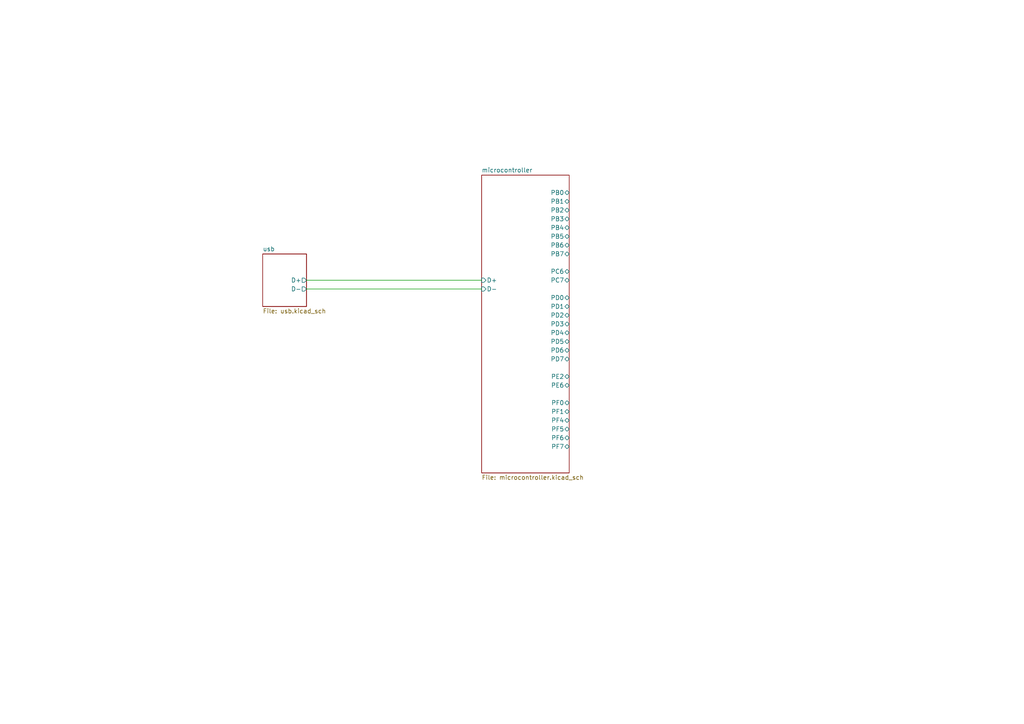
<source format=kicad_sch>
(kicad_sch (version 20211123) (generator eeschema)
  (paper "A4")
  (lib_symbols)
  (wire (pts (xy 88.9 83.82) (xy 139.7 83.82)))
  (wire (pts (xy 88.9 81.28) (xy 139.7 81.28)))
  (sheet (at 139.7 50.8) (size 25.4 86.36) (stroke (width 0.1524))
    (property "Sheet name" "microcontroller" (at 139.7 50.0884 0) (effects (justify left bottom)))
    (property "Sheet file" "microcontroller.kicad_sch" (at 139.7 137.7446 0) (effects (justify left top)))
    (pin "D-" input (at 139.7 83.82 180))
    (pin "D+" input (at 139.7 81.28 180))
    (pin "PB3" bidirectional (at 165.1 63.5 0))
    (pin "PB4" bidirectional (at 165.1 66.04 0))
    (pin "PB5" bidirectional (at 165.1 68.58 0))
    (pin "PB6" bidirectional (at 165.1 71.12 0))
    (pin "PB7" bidirectional (at 165.1 73.66 0))
    (pin "PC6" bidirectional (at 165.1 78.74 0))
    (pin "PC7" bidirectional (at 165.1 81.28 0))
    (pin "PD0" bidirectional (at 165.1 86.36 0))
    (pin "PD1" bidirectional (at 165.1 88.9 0))
    (pin "PD2" bidirectional (at 165.1 91.44 0))
    (pin "PD3" bidirectional (at 165.1 93.98 0))
    (pin "PD4" bidirectional (at 165.1 96.52 0))
    (pin "PD5" bidirectional (at 165.1 99.06 0))
    (pin "PD6" bidirectional (at 165.1 101.6 0))
    (pin "PD7" bidirectional (at 165.1 104.14 0))
    (pin "PE2" bidirectional (at 165.1 109.22 0))
    (pin "PE6" bidirectional (at 165.1 111.76 0))
    (pin "PF0" bidirectional (at 165.1 116.84 0))
    (pin "PF1" bidirectional (at 165.1 119.38 0))
    (pin "PF4" bidirectional (at 165.1 121.92 0))
    (pin "PB0" bidirectional (at 165.1 55.88 0))
    (pin "PB1" bidirectional (at 165.1 58.42 0))
    (pin "PB2" bidirectional (at 165.1 60.96 0))
    (pin "PF5" bidirectional (at 165.1 124.46 0))
    (pin "PF6" bidirectional (at 165.1 127 0))
    (pin "PF7" bidirectional (at 165.1 129.54 0))
  )
  (sheet (at 76.2 73.66) (size 12.7 15.24) (stroke (width 0.1524))
    (property "Sheet name" "usb" (at 76.2 72.9484 0) (effects (justify left bottom)))
    (property "Sheet file" "usb.kicad_sch" (at 76.2 89.4846 0) (effects (justify left top)))
    (pin "D+" output (at 88.9 81.28 0))
    (pin "D-" output (at 88.9 83.82 0))
  )
)
</source>
